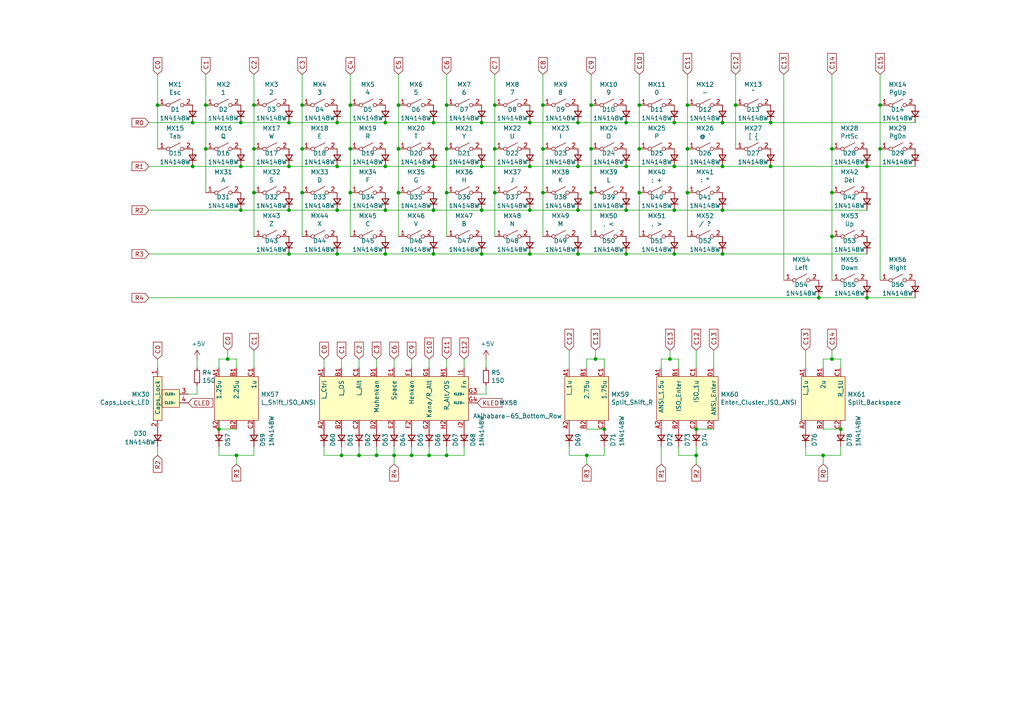
<source format=kicad_sch>
(kicad_sch (version 20211123) (generator eeschema)
  (paper "A4")
  (junction (at 111.76 48.26))
  (junction (at 153.67 35.56))
  (junction (at 59.69 43.18))
  (junction (at 139.7 60.96))
  (junction (at 238.76 132.08))
  (junction (at 241.3 55.88))
  (junction (at 87.63 55.88))
  (junction (at 114.3 132.08))
  (junction (at 97.79 48.26))
  (junction (at 241.3 68.58))
  (junction (at 153.67 73.66))
  (junction (at 139.7 73.66))
  (junction (at 255.27 43.18))
  (junction (at 63.5 124.46))
  (junction (at 241.3 104.14))
  (junction (at 172.72 104.14))
  (junction (at 167.64 60.96))
  (junction (at 83.82 73.66))
  (junction (at 195.58 73.66))
  (junction (at 241.3 43.18))
  (junction (at 124.46 132.08))
  (junction (at 209.55 35.56))
  (junction (at 185.42 30.48))
  (junction (at 157.48 55.88))
  (junction (at 139.7 48.26))
  (junction (at 125.73 35.56))
  (junction (at 115.57 55.88))
  (junction (at 243.84 124.46))
  (junction (at 101.6 55.88))
  (junction (at 195.58 60.96))
  (junction (at 251.46 48.26))
  (junction (at 185.42 43.18))
  (junction (at 223.52 35.56))
  (junction (at 45.72 30.48))
  (junction (at 109.22 132.08))
  (junction (at 129.54 132.08))
  (junction (at 55.88 35.56))
  (junction (at 129.54 43.18))
  (junction (at 194.31 104.14))
  (junction (at 181.61 73.66))
  (junction (at 73.66 55.88))
  (junction (at 195.58 35.56))
  (junction (at 111.76 35.56))
  (junction (at 251.46 86.36))
  (junction (at 68.58 132.08))
  (junction (at 73.66 30.48))
  (junction (at 83.82 35.56))
  (junction (at 223.52 48.26))
  (junction (at 167.64 73.66))
  (junction (at 181.61 48.26))
  (junction (at 167.64 35.56))
  (junction (at 59.69 30.48))
  (junction (at 55.88 48.26))
  (junction (at 101.6 43.18))
  (junction (at 199.39 43.18))
  (junction (at 143.51 30.48))
  (junction (at 181.61 60.96))
  (junction (at 195.58 48.26))
  (junction (at 201.93 124.46))
  (junction (at 199.39 55.88))
  (junction (at 171.45 43.18))
  (junction (at 209.55 60.96))
  (junction (at 99.06 132.08))
  (junction (at 185.42 55.88))
  (junction (at 153.67 48.26))
  (junction (at 201.93 132.08))
  (junction (at 111.76 73.66))
  (junction (at 157.48 43.18))
  (junction (at 181.61 35.56))
  (junction (at 87.63 43.18))
  (junction (at 171.45 55.88))
  (junction (at 115.57 30.48))
  (junction (at 170.18 132.08))
  (junction (at 157.48 30.48))
  (junction (at 199.39 30.48))
  (junction (at 125.73 73.66))
  (junction (at 125.73 48.26))
  (junction (at 255.27 30.48))
  (junction (at 83.82 60.96))
  (junction (at 97.79 73.66))
  (junction (at 69.85 60.96))
  (junction (at 69.85 48.26))
  (junction (at 209.55 73.66))
  (junction (at 153.67 60.96))
  (junction (at 66.04 104.14))
  (junction (at 125.73 60.96))
  (junction (at 237.49 86.36))
  (junction (at 97.79 35.56))
  (junction (at 167.64 48.26))
  (junction (at 143.51 55.88))
  (junction (at 129.54 55.88))
  (junction (at 171.45 30.48))
  (junction (at 143.51 43.18))
  (junction (at 139.7 35.56))
  (junction (at 115.57 43.18))
  (junction (at 101.6 30.48))
  (junction (at 209.55 48.26))
  (junction (at 175.26 124.46))
  (junction (at 83.82 48.26))
  (junction (at 213.36 30.48))
  (junction (at 129.54 30.48))
  (junction (at 104.14 132.08))
  (junction (at 73.66 43.18))
  (junction (at 119.38 132.08))
  (junction (at 87.63 30.48))
  (junction (at 97.79 60.96))
  (junction (at 111.76 60.96))
  (junction (at 69.85 35.56))
  (wire (pts (xy 87.63 43.18) (xy 87.63 30.48)))
  (wire (pts (xy 185.42 21.59) (xy 185.42 30.48)))
  (wire (pts (xy 185.42 43.18) (xy 185.42 55.88)))
  (wire (pts (xy 73.66 30.48) (xy 73.66 43.18)))
  (wire (pts (xy 209.55 48.26) (xy 195.58 48.26)))
  (wire (pts (xy 157.48 21.59) (xy 157.48 30.48)))
  (wire (pts (xy 99.06 132.08) (xy 104.14 132.08)))
  (wire (pts (xy 213.36 21.59) (xy 213.36 30.48)))
  (wire (pts (xy 170.18 106.68) (xy 170.18 104.14)))
  (wire (pts (xy 129.54 43.18) (xy 129.54 55.88)))
  (wire (pts (xy 255.27 30.48) (xy 255.27 21.59)))
  (wire (pts (xy 238.76 106.68) (xy 238.76 104.14)))
  (wire (pts (xy 104.14 104.14) (xy 104.14 106.68)))
  (wire (pts (xy 191.77 134.62) (xy 191.77 129.54)))
  (wire (pts (xy 143.51 68.58) (xy 143.51 55.88)))
  (wire (pts (xy 238.76 132.08) (xy 243.84 132.08)))
  (wire (pts (xy 109.22 132.08) (xy 114.3 132.08)))
  (wire (pts (xy 87.63 30.48) (xy 87.63 21.59)))
  (wire (pts (xy 101.6 30.48) (xy 101.6 43.18)))
  (wire (pts (xy 125.73 60.96) (xy 139.7 60.96)))
  (wire (pts (xy 138.43 114.3) (xy 140.97 114.3)))
  (wire (pts (xy 251.46 86.36) (xy 265.43 86.36)))
  (wire (pts (xy 43.18 35.56) (xy 55.88 35.56)))
  (wire (pts (xy 63.5 132.08) (xy 68.58 132.08)))
  (wire (pts (xy 227.33 81.28) (xy 227.33 21.59)))
  (wire (pts (xy 99.06 132.08) (xy 99.06 129.54)))
  (wire (pts (xy 119.38 104.14) (xy 119.38 106.68)))
  (wire (pts (xy 139.7 48.26) (xy 125.73 48.26)))
  (wire (pts (xy 199.39 43.18) (xy 199.39 30.48)))
  (wire (pts (xy 73.66 132.08) (xy 73.66 129.54)))
  (wire (pts (xy 129.54 132.08) (xy 129.54 129.54)))
  (wire (pts (xy 129.54 30.48) (xy 129.54 43.18)))
  (wire (pts (xy 69.85 35.56) (xy 83.82 35.56)))
  (wire (pts (xy 167.64 73.66) (xy 153.67 73.66)))
  (wire (pts (xy 209.55 35.56) (xy 223.52 35.56)))
  (wire (pts (xy 165.1 129.54) (xy 165.1 132.08)))
  (wire (pts (xy 165.1 132.08) (xy 170.18 132.08)))
  (wire (pts (xy 59.69 30.48) (xy 59.69 43.18)))
  (wire (pts (xy 63.5 106.68) (xy 63.5 104.14)))
  (wire (pts (xy 143.51 43.18) (xy 143.51 30.48)))
  (wire (pts (xy 238.76 104.14) (xy 241.3 104.14)))
  (wire (pts (xy 157.48 55.88) (xy 157.48 68.58)))
  (wire (pts (xy 185.42 30.48) (xy 185.42 43.18)))
  (wire (pts (xy 83.82 60.96) (xy 97.79 60.96)))
  (wire (pts (xy 170.18 134.62) (xy 170.18 132.08)))
  (wire (pts (xy 68.58 124.46) (xy 63.5 124.46)))
  (wire (pts (xy 59.69 43.18) (xy 59.69 55.88)))
  (wire (pts (xy 175.26 132.08) (xy 175.26 129.54)))
  (wire (pts (xy 125.73 35.56) (xy 139.7 35.56)))
  (wire (pts (xy 114.3 132.08) (xy 114.3 129.54)))
  (wire (pts (xy 45.72 104.14) (xy 45.72 106.68)))
  (wire (pts (xy 251.46 48.26) (xy 223.52 48.26)))
  (wire (pts (xy 134.62 132.08) (xy 134.62 129.54)))
  (wire (pts (xy 66.04 104.14) (xy 68.58 104.14)))
  (wire (pts (xy 101.6 43.18) (xy 101.6 55.88)))
  (wire (pts (xy 171.45 68.58) (xy 171.45 55.88)))
  (wire (pts (xy 195.58 35.56) (xy 209.55 35.56)))
  (wire (pts (xy 83.82 48.26) (xy 69.85 48.26)))
  (wire (pts (xy 104.14 132.08) (xy 109.22 132.08)))
  (wire (pts (xy 175.26 104.14) (xy 175.26 106.68)))
  (wire (pts (xy 199.39 55.88) (xy 199.39 43.18)))
  (wire (pts (xy 114.3 134.62) (xy 114.3 132.08)))
  (wire (pts (xy 111.76 60.96) (xy 125.73 60.96)))
  (wire (pts (xy 201.93 129.54) (xy 201.93 132.08)))
  (wire (pts (xy 195.58 60.96) (xy 209.55 60.96)))
  (wire (pts (xy 241.3 55.88) (xy 241.3 43.18)))
  (wire (pts (xy 63.5 104.14) (xy 66.04 104.14)))
  (wire (pts (xy 101.6 21.59) (xy 101.6 30.48)))
  (wire (pts (xy 55.88 48.26) (xy 43.18 48.26)))
  (wire (pts (xy 196.85 129.54) (xy 196.85 132.08)))
  (wire (pts (xy 171.45 55.88) (xy 171.45 43.18)))
  (wire (pts (xy 209.55 60.96) (xy 251.46 60.96)))
  (wire (pts (xy 43.18 86.36) (xy 237.49 86.36)))
  (wire (pts (xy 109.22 132.08) (xy 109.22 129.54)))
  (wire (pts (xy 195.58 48.26) (xy 181.61 48.26)))
  (wire (pts (xy 129.54 104.14) (xy 129.54 106.68)))
  (wire (pts (xy 45.72 30.48) (xy 45.72 43.18)))
  (wire (pts (xy 143.51 55.88) (xy 143.51 43.18)))
  (wire (pts (xy 191.77 104.14) (xy 194.31 104.14)))
  (wire (pts (xy 201.93 106.68) (xy 201.93 101.6)))
  (wire (pts (xy 129.54 21.59) (xy 129.54 30.48)))
  (wire (pts (xy 265.43 48.26) (xy 251.46 48.26)))
  (wire (pts (xy 171.45 30.48) (xy 171.45 21.59)))
  (wire (pts (xy 167.64 35.56) (xy 181.61 35.56)))
  (wire (pts (xy 213.36 30.48) (xy 213.36 43.18)))
  (wire (pts (xy 243.84 104.14) (xy 243.84 106.68)))
  (wire (pts (xy 124.46 132.08) (xy 129.54 132.08)))
  (wire (pts (xy 170.18 104.14) (xy 172.72 104.14)))
  (wire (pts (xy 170.18 132.08) (xy 175.26 132.08)))
  (wire (pts (xy 73.66 43.18) (xy 73.66 55.88)))
  (wire (pts (xy 139.7 60.96) (xy 153.67 60.96)))
  (wire (pts (xy 124.46 132.08) (xy 124.46 129.54)))
  (wire (pts (xy 241.3 101.6) (xy 241.3 104.14)))
  (wire (pts (xy 165.1 101.6) (xy 165.1 106.68)))
  (wire (pts (xy 93.98 129.54) (xy 93.98 132.08)))
  (wire (pts (xy 157.48 43.18) (xy 157.48 55.88)))
  (wire (pts (xy 111.76 48.26) (xy 97.79 48.26)))
  (wire (pts (xy 83.82 73.66) (xy 43.18 73.66)))
  (wire (pts (xy 83.82 35.56) (xy 97.79 35.56)))
  (wire (pts (xy 66.04 101.6) (xy 66.04 104.14)))
  (wire (pts (xy 237.49 86.36) (xy 251.46 86.36)))
  (wire (pts (xy 68.58 104.14) (xy 68.58 106.68)))
  (wire (pts (xy 97.79 60.96) (xy 111.76 60.96)))
  (wire (pts (xy 167.64 48.26) (xy 153.67 48.26)))
  (wire (pts (xy 207.01 124.46) (xy 201.93 124.46)))
  (wire (pts (xy 69.85 60.96) (xy 83.82 60.96)))
  (wire (pts (xy 238.76 124.46) (xy 243.84 124.46)))
  (wire (pts (xy 69.85 48.26) (xy 55.88 48.26)))
  (wire (pts (xy 199.39 68.58) (xy 199.39 55.88)))
  (wire (pts (xy 140.97 114.3) (xy 140.97 111.76)))
  (wire (pts (xy 153.67 60.96) (xy 167.64 60.96)))
  (wire (pts (xy 109.22 104.14) (xy 109.22 106.68)))
  (wire (pts (xy 199.39 30.48) (xy 199.39 21.59)))
  (wire (pts (xy 194.31 104.14) (xy 194.31 101.6)))
  (wire (pts (xy 57.15 114.3) (xy 57.15 111.76)))
  (wire (pts (xy 153.67 73.66) (xy 139.7 73.66)))
  (wire (pts (xy 207.01 106.68) (xy 207.01 101.6)))
  (wire (pts (xy 223.52 35.56) (xy 265.43 35.56)))
  (wire (pts (xy 201.93 132.08) (xy 201.93 134.62)))
  (wire (pts (xy 223.52 48.26) (xy 209.55 48.26)))
  (wire (pts (xy 181.61 60.96) (xy 195.58 60.96)))
  (wire (pts (xy 157.48 30.48) (xy 157.48 43.18)))
  (wire (pts (xy 115.57 55.88) (xy 115.57 43.18)))
  (wire (pts (xy 119.38 132.08) (xy 119.38 129.54)))
  (wire (pts (xy 68.58 132.08) (xy 73.66 132.08)))
  (wire (pts (xy 233.68 101.6) (xy 233.68 106.68)))
  (wire (pts (xy 194.31 104.14) (xy 196.85 104.14)))
  (wire (pts (xy 195.58 73.66) (xy 181.61 73.66)))
  (wire (pts (xy 233.68 129.54) (xy 233.68 132.08)))
  (wire (pts (xy 101.6 55.88) (xy 101.6 68.58)))
  (wire (pts (xy 167.64 60.96) (xy 181.61 60.96)))
  (wire (pts (xy 115.57 30.48) (xy 115.57 21.59)))
  (wire (pts (xy 181.61 73.66) (xy 167.64 73.66)))
  (wire (pts (xy 139.7 73.66) (xy 125.73 73.66)))
  (wire (pts (xy 45.72 21.59) (xy 45.72 30.48)))
  (wire (pts (xy 241.3 68.58) (xy 241.3 55.88)))
  (wire (pts (xy 68.58 134.62) (xy 68.58 132.08)))
  (wire (pts (xy 111.76 35.56) (xy 125.73 35.56)))
  (wire (pts (xy 63.5 129.54) (xy 63.5 132.08)))
  (wire (pts (xy 241.3 104.14) (xy 243.84 104.14)))
  (wire (pts (xy 73.66 55.88) (xy 73.66 68.58)))
  (wire (pts (xy 209.55 73.66) (xy 195.58 73.66)))
  (wire (pts (xy 181.61 48.26) (xy 167.64 48.26)))
  (wire (pts (xy 73.66 21.59) (xy 73.66 30.48)))
  (wire (pts (xy 139.7 35.56) (xy 153.67 35.56)))
  (wire (pts (xy 241.3 43.18) (xy 241.3 21.59)))
  (wire (pts (xy 172.72 101.6) (xy 172.72 104.14)))
  (wire (pts (xy 153.67 35.56) (xy 167.64 35.56)))
  (wire (pts (xy 185.42 55.88) (xy 185.42 68.58)))
  (wire (pts (xy 73.66 101.6) (xy 73.66 106.68)))
  (wire (pts (xy 171.45 43.18) (xy 171.45 30.48)))
  (wire (pts (xy 93.98 132.08) (xy 99.06 132.08)))
  (wire (pts (xy 45.72 132.08) (xy 45.72 129.54)))
  (wire (pts (xy 233.68 132.08) (xy 238.76 132.08)))
  (wire (pts (xy 115.57 68.58) (xy 115.57 55.88)))
  (wire (pts (xy 99.06 104.14) (xy 99.06 106.68)))
  (wire (pts (xy 55.88 35.56) (xy 69.85 35.56)))
  (wire (pts (xy 181.61 35.56) (xy 195.58 35.56)))
  (wire (pts (xy 125.73 48.26) (xy 111.76 48.26)))
  (wire (pts (xy 114.3 104.14) (xy 114.3 106.68)))
  (wire (pts (xy 114.3 132.08) (xy 119.38 132.08)))
  (wire (pts (xy 143.51 30.48) (xy 143.51 21.59)))
  (wire (pts (xy 241.3 81.28) (xy 241.3 68.58)))
  (wire (pts (xy 243.84 132.08) (xy 243.84 129.54)))
  (wire (pts (xy 172.72 104.14) (xy 175.26 104.14)))
  (wire (pts (xy 124.46 104.14) (xy 124.46 106.68)))
  (wire (pts (xy 115.57 43.18) (xy 115.57 30.48)))
  (wire (pts (xy 238.76 134.62) (xy 238.76 132.08)))
  (wire (pts (xy 191.77 106.68) (xy 191.77 104.14)))
  (wire (pts (xy 255.27 43.18) (xy 255.27 30.48)))
  (wire (pts (xy 87.63 55.88) (xy 87.63 43.18)))
  (wire (pts (xy 129.54 132.08) (xy 134.62 132.08)))
  (wire (pts (xy 251.46 73.66) (xy 209.55 73.66)))
  (wire (pts (xy 93.98 104.14) (xy 93.98 106.68)))
  (wire (pts (xy 59.69 21.59) (xy 59.69 30.48)))
  (wire (pts (xy 97.79 48.26) (xy 83.82 48.26)))
  (wire (pts (xy 134.62 104.14) (xy 134.62 106.68)))
  (wire (pts (xy 119.38 132.08) (xy 124.46 132.08)))
  (wire (pts (xy 255.27 81.28) (xy 255.27 43.18)))
  (wire (pts (xy 104.14 132.08) (xy 104.14 129.54)))
  (wire (pts (xy 97.79 73.66) (xy 83.82 73.66)))
  (wire (pts (xy 140.97 104.14) (xy 140.97 106.68)))
  (wire (pts (xy 129.54 55.88) (xy 129.54 68.58)))
  (wire (pts (xy 43.18 60.96) (xy 69.85 60.96)))
  (wire (pts (xy 170.18 124.46) (xy 175.26 124.46)))
  (wire (pts (xy 196.85 132.08) (xy 201.93 132.08)))
  (wire (pts (xy 97.79 35.56) (xy 111.76 35.56)))
  (wire (pts (xy 57.15 106.68) (xy 57.15 104.14)))
  (wire (pts (xy 54.61 114.3) (xy 57.15 114.3)))
  (wire (pts (xy 87.63 68.58) (xy 87.63 55.88)))
  (wire (pts (xy 196.85 104.14) (xy 196.85 106.68)))
  (wire (pts (xy 153.67 48.26) (xy 139.7 48.26)))
  (wire (pts (xy 125.73 73.66) (xy 111.76 73.66)))
  (wire (pts (xy 111.76 73.66) (xy 97.79 73.66)))
  (global_label "KLED" (shape input) (at 138.43 116.84 0) (property "Intersheet References" "${INTERSHEET_REFS}" (effects hide)))
  (global_label "C13" (shape input) (at 227.33 21.59 90) (property "Intersheet References" "${INTERSHEET_REFS}" (effects hide)))
  (global_label "R4" (shape input) (at 43.18 86.36 180) (property "Intersheet References" "${INTERSHEET_REFS}" (effects hide)))
  (global_label "C9" (shape input) (at 171.45 21.59 90) (property "Intersheet References" "${INTERSHEET_REFS}" (effects hide)))
  (global_label "C5" (shape input) (at 115.57 21.59 90) (property "Intersheet References" "${INTERSHEET_REFS}" (effects hide)))
  (global_label "R1" (shape input) (at 191.77 134.62 270) (property "Intersheet References" "${INTERSHEET_REFS}" (effects hide)))
  (global_label "C1" (shape input) (at 99.06 104.14 90) (property "Intersheet References" "${INTERSHEET_REFS}" (effects hide)))
  (global_label "C13" (shape input) (at 194.31 101.6 90) (property "Intersheet References" "${INTERSHEET_REFS}" (effects hide)))
  (global_label "C13" (shape input) (at 172.72 101.6 90) (property "Intersheet References" "${INTERSHEET_REFS}" (effects hide)))
  (global_label "R2" (shape input) (at 45.72 132.08 270) (property "Intersheet References" "${INTERSHEET_REFS}" (effects hide)))
  (global_label "C13" (shape input) (at 207.01 101.6 90) (property "Intersheet References" "${INTERSHEET_REFS}" (effects hide)))
  (global_label "C9" (shape input) (at 119.38 104.14 90) (property "Intersheet References" "${INTERSHEET_REFS}" (effects hide)))
  (global_label "C0" (shape input) (at 45.72 104.14 90) (property "Intersheet References" "${INTERSHEET_REFS}" (effects hide)))
  (global_label "C11" (shape input) (at 199.39 21.59 90) (property "Intersheet References" "${INTERSHEET_REFS}" (effects hide)))
  (global_label "R0" (shape input) (at 43.18 35.56 180) (property "Intersheet References" "${INTERSHEET_REFS}" (effects hide)))
  (global_label "CLED" (shape input) (at 54.61 116.84 0) (property "Intersheet References" "${INTERSHEET_REFS}" (effects hide)))
  (global_label "C4" (shape input) (at 101.6 21.59 90) (property "Intersheet References" "${INTERSHEET_REFS}" (effects hide)))
  (global_label "C0" (shape input) (at 66.04 101.6 90) (property "Intersheet References" "${INTERSHEET_REFS}" (effects hide)))
  (global_label "C6" (shape input) (at 114.3 104.14 90) (property "Intersheet References" "${INTERSHEET_REFS}" (effects hide)))
  (global_label "C0" (shape input) (at 93.98 104.14 90) (property "Intersheet References" "${INTERSHEET_REFS}" (effects hide)))
  (global_label "C12" (shape input) (at 213.36 21.59 90) (property "Intersheet References" "${INTERSHEET_REFS}" (effects hide)))
  (global_label "R3" (shape input) (at 170.18 134.62 270) (property "Intersheet References" "${INTERSHEET_REFS}" (effects hide)))
  (global_label "C0" (shape input) (at 45.72 21.59 90) (property "Intersheet References" "${INTERSHEET_REFS}" (effects hide)))
  (global_label "R3" (shape input) (at 68.58 134.62 270) (property "Intersheet References" "${INTERSHEET_REFS}" (effects hide)))
  (global_label "C1" (shape input) (at 73.66 101.6 90) (property "Intersheet References" "${INTERSHEET_REFS}" (effects hide)))
  (global_label "C14" (shape input) (at 241.3 101.6 90) (property "Intersheet References" "${INTERSHEET_REFS}" (effects hide)))
  (global_label "C11" (shape input) (at 129.54 104.14 90) (property "Intersheet References" "${INTERSHEET_REFS}" (effects hide)))
  (global_label "C6" (shape input) (at 129.54 21.59 90) (property "Intersheet References" "${INTERSHEET_REFS}" (effects hide)))
  (global_label "C7" (shape input) (at 143.51 21.59 90) (property "Intersheet References" "${INTERSHEET_REFS}" (effects hide)))
  (global_label "R0" (shape input) (at 238.76 134.62 270) (property "Intersheet References" "${INTERSHEET_REFS}" (effects hide)))
  (global_label "C12" (shape input) (at 201.93 101.6 90) (property "Intersheet References" "${INTERSHEET_REFS}" (effects hide)))
  (global_label "C1" (shape input) (at 59.69 21.59 90) (property "Intersheet References" "${INTERSHEET_REFS}" (effects hide)))
  (global_label "R1" (shape input) (at 43.18 48.26 180) (property "Intersheet References" "${INTERSHEET_REFS}" (effects hide)))
  (global_label "C2" (shape input) (at 104.14 104.14 90) (property "Intersheet References" "${INTERSHEET_REFS}" (effects hide)))
  (global_label "C12" (shape input) (at 165.1 101.6 90) (property "Intersheet References" "${INTERSHEET_REFS}" (effects hide)))
  (global_label "C2" (shape input) (at 73.66 21.59 90) (property "Intersheet References" "${INTERSHEET_REFS}" (effects hide)))
  (global_label "C13" (shape input) (at 233.68 101.6 90) (property "Intersheet References" "${INTERSHEET_REFS}" (effects hide)))
  (global_label "C15" (shape input) (at 255.27 21.59 90) (property "Intersheet References" "${INTERSHEET_REFS}" (effects hide)))
  (global_label "R2" (shape input) (at 201.93 134.62 270) (property "Intersheet References" "${INTERSHEET_REFS}" (effects hide)))
  (global_label "C14" (shape input) (at 241.3 21.59 90) (property "Intersheet References" "${INTERSHEET_REFS}" (effects hide)))
  (global_label "R3" (shape input) (at 43.18 73.66 180) (property "Intersheet References" "${INTERSHEET_REFS}" (effects hide)))
  (global_label "R2" (shape input) (at 43.18 60.96 180) (property "Intersheet References" "${INTERSHEET_REFS}" (effects hide)))
  (global_label "R4" (shape input) (at 114.3 134.62 270) (property "Intersheet References" "${INTERSHEET_REFS}" (effects hide)))
  (global_label "C12" (shape input) (at 134.62 104.14 90) (property "Intersheet References" "${INTERSHEET_REFS}" (effects hide)))
  (global_label "C3" (shape input) (at 87.63 21.59 90) (property "Intersheet References" "${INTERSHEET_REFS}" (effects hide)))
  (global_label "C10" (shape input) (at 185.42 21.59 90) (property "Intersheet References" "${INTERSHEET_REFS}" (effects hide)))
  (global_label "C10" (shape input) (at 124.46 104.14 90) (property "Intersheet References" "${INTERSHEET_REFS}" (effects hide)))
  (global_label "C3" (shape input) (at 109.22 104.14 90) (property "Intersheet References" "${INTERSHEET_REFS}" (effects hide)))
  (global_label "C8" (shape input) (at 157.48 21.59 90) (property "Intersheet References" "${INTERSHEET_REFS}" (effects hide)))
  (symbol (lib_id "Akihabara_Symbols:Akihabara-65_Bottom_Row") (at 114.3 115.57 0) (unit 1)
    (property "Reference" "MX58" (at 144.78 116.84 0) (effects (justify left)))
    (property "Value" "Akihabara-65_Bottom_Row" (at 137.16 120.65 0) (effects (justify left)))
    (property "Footprint" "Akihabara_Footprints:Akihabara-65_Bottom_Row" (effects hide))
  )
  (symbol (lib_id "Akihabara_Symbols:Enter_Cluster_ISO_ANSI") (at 199.39 115.57 0) (unit 1)
    (property "Reference" "MX60" (at 208.9912 114.4016 0) (effects (justify left)))
    (property "Value" "Enter_Cluster_ISO_ANSI" (at 208.9912 116.713 0) (effects (justify left)))
    (property "Footprint" "Akihabara_Footprints:Enter_Cluster_ISO_ANSI" (effects hide))
  )
  (symbol (lib_id "Akihabara_Symbols:Split_Backspace") (at 238.76 115.57 0) (unit 1)
    (property "Reference" "MX61" (at 245.8212 114.4016 0) (effects (justify left)))
    (property "Value" "Split_Backspace" (at 245.8212 116.713 0) (effects (justify left)))
    (property "Footprint" "Akihabara_Footprints:Split_Backspace" (effects hide))
  )
  (symbol (lib_id "Akihabara_Symbols:Split_Shift_R") (at 170.18 115.57 0) (unit 1)
    (property "Reference" "MX59" (at 177.2412 114.4016 0) (effects (justify left)))
    (property "Value" "Split_Shift_R" (at 177.2412 116.713 0) (effects (justify left)))
    (property "Footprint" "Akihabara_Footprints:Split_Shift_R_Reversed_Stabilizers" (effects hide))
  )
  (symbol (lib_id "Device:D_Small") (at 134.62 127 90) (unit 1)
    (property "Reference" "D68" (at 137.16 129.54 0) (effects (justify left)))
    (property "Value" "1N4148W" (at 139.7 129.54 0) (effects (justify left)))
    (property "Footprint" "Diode_SMD:D_SOD-123" (effects hide))
    (property "LCSC" "C81598" (effects hide))
  )
  (symbol (lib_id "Device:D_Small") (at 129.54 127 90) (unit 1)
    (property "Reference" "D67" (at 132.08 129.54 0) (effects (justify left)))
    (property "Value" "1N4148W" (effects hide))
    (property "Footprint" "Diode_SMD:D_SOD-123" (effects hide))
    (property "LCSC" "C81598" (effects hide))
  )
  (symbol (lib_id "Device:D_Small") (at 124.46 127 90) (unit 1)
    (property "Reference" "D66" (at 127 129.54 0) (effects (justify left)))
    (property "Value" "1N4148W" (effects hide))
    (property "Footprint" "Diode_SMD:D_SOD-123" (effects hide))
    (property "LCSC" "C81598" (effects hide))
  )
  (symbol (lib_id "Device:D_Small") (at 119.38 127 90) (unit 1)
    (property "Reference" "D65" (at 121.92 129.54 0) (effects (justify left)))
    (property "Value" "1N4148W" (effects hide))
    (property "Footprint" "Diode_SMD:D_SOD-123" (effects hide))
    (property "LCSC" "C81598" (effects hide))
  )
  (symbol (lib_id "Device:D_Small") (at 114.3 127 90) (unit 1)
    (property "Reference" "D64" (at 116.84 129.54 0) (effects (justify left)))
    (property "Value" "1N4148W" (effects hide))
    (property "Footprint" "Diode_SMD:D_SOD-123" (effects hide))
    (property "LCSC" "C81598" (effects hide))
  )
  (symbol (lib_id "Device:D_Small") (at 109.22 127 90) (unit 1)
    (property "Reference" "D63" (at 111.76 129.54 0) (effects (justify left)))
    (property "Value" "1N4148W" (effects hide))
    (property "Footprint" "Diode_SMD:D_SOD-123" (effects hide))
    (property "LCSC" "C81598" (effects hide))
  )
  (symbol (lib_id "Device:D_Small") (at 104.14 127 90) (unit 1)
    (property "Reference" "D62" (at 106.68 129.54 0) (effects (justify left)))
    (property "Value" "1N4148W" (effects hide))
    (property "Footprint" "Diode_SMD:D_SOD-123" (effects hide))
    (property "LCSC" "C81598" (effects hide))
  )
  (symbol (lib_id "Device:D_Small") (at 99.06 127 90) (unit 1)
    (property "Reference" "D61" (at 101.6 129.54 0) (effects (justify left)))
    (property "Value" "1N4148W" (effects hide))
    (property "Footprint" "Diode_SMD:D_SOD-123" (effects hide))
    (property "LCSC" "C81598" (effects hide))
  )
  (symbol (lib_id "Device:D_Small") (at 93.98 127 90) (unit 1)
    (property "Reference" "D60" (at 96.52 129.54 0) (effects (justify left)))
    (property "Value" "1N4148W" (effects hide))
    (property "Footprint" "Diode_SMD:D_SOD-123" (effects hide))
    (property "LCSC" "C81598" (effects hide))
  )
  (symbol (lib_id "Device:R_Small") (at 140.97 109.22 0) (unit 1)
    (property "Reference" "R5" (at 142.4686 108.0516 0) (effects (justify left)))
    (property "Value" "150" (at 142.4686 110.363 0) (effects (justify left)))
    (property "Footprint" "Resistor_SMD:R_0805_2012Metric" (effects hide))
    (property "LCSC" "C17471" (effects hide))
  )
  (symbol (lib_id "Device:R_Small") (at 57.15 109.22 0) (unit 1)
    (property "Reference" "R4" (at 58.6486 108.0516 0) (effects (justify left)))
    (property "Value" "150" (at 58.6486 110.363 0) (effects (justify left)))
    (property "Footprint" "Resistor_SMD:R_0805_2012Metric" (effects hide))
    (property "LCSC" "C17471" (effects hide))
  )
  (symbol (lib_id "Device:D_Small") (at 175.26 127 90) (unit 1)
    (property "Reference" "D71" (at 177.8 129.54 0) (effects (justify left)))
    (property "Value" "1N4148W" (at 180.34 129.54 0) (effects (justify left)))
    (property "Footprint" "Diode_SMD:D_SOD-123" (effects hide))
    (property "LCSC" "C81598" (effects hide))
  )
  (symbol (lib_id "Device:D_Small") (at 165.1 127 90) (unit 1)
    (property "Reference" "D69" (at 167.64 129.54 0) (effects (justify left)))
    (property "Value" "1N4148W" (effects hide))
    (property "Footprint" "Diode_SMD:D_SOD-123" (effects hide))
    (property "LCSC" "C81598" (effects hide))
  )
  (symbol (lib_id "Device:D_Small") (at 201.93 127 90) (unit 1)
    (property "Reference" "D74" (at 204.47 129.54 0) (effects (justify left)))
    (property "Value" "1N4148W" (effects hide))
    (property "Footprint" "Diode_SMD:D_SOD-123" (effects hide))
    (property "LCSC" "C81598" (effects hide))
  )
  (symbol (lib_id "Device:D_Small") (at 196.85 127 90) (unit 1)
    (property "Reference" "D73" (at 199.39 129.54 0) (effects (justify left)))
    (property "Value" "1N4148W" (effects hide))
    (property "Footprint" "Diode_SMD:D_SOD-123" (effects hide))
    (property "LCSC" "C81598" (effects hide))
  )
  (symbol (lib_id "Device:D_Small") (at 191.77 127 90) (unit 1)
    (property "Reference" "D72" (at 194.31 129.54 0) (effects (justify left)))
    (property "Value" "1N4148W" (effects hide))
    (property "Footprint" "Diode_SMD:D_SOD-123" (effects hide))
    (property "LCSC" "C81598" (effects hide))
  )
  (symbol (lib_id "Device:D_Small") (at 243.84 127 90) (unit 1)
    (property "Reference" "D78" (at 246.38 129.54 0) (effects (justify left)))
    (property "Value" "1N4148W" (at 248.92 129.54 0) (effects (justify left)))
    (property "Footprint" "Diode_SMD:D_SOD-123" (effects hide))
    (property "LCSC" "C81598" (effects hide))
  )
  (symbol (lib_id "Device:D_Small") (at 233.68 127 90) (unit 1)
    (property "Reference" "D76" (at 236.22 129.54 0) (effects (justify left)))
    (property "Value" "1N4148W" (effects hide))
    (property "Footprint" "Diode_SMD:D_SOD-123" (effects hide))
    (property "LCSC" "C81598" (effects hide))
  )
  (symbol (lib_id "Akihabara_Symbols:L_Shift_ISO_ANSI") (at 68.58 115.57 0) (unit 1)
    (property "Reference" "MX57" (at 75.6412 114.4016 0) (effects (justify left)))
    (property "Value" "L_Shift_ISO_ANSI" (at 75.6412 116.713 0) (effects (justify left)))
    (property "Footprint" "Akihabara_Footprints:L_Shift_ISO_ANSI" (effects hide))
  )
  (symbol (lib_id "Device:D_Small") (at 73.66 127 90) (unit 1)
    (property "Reference" "D59" (at 76.2 129.54 0) (effects (justify left)))
    (property "Value" "1N4148W" (at 78.74 129.54 0) (effects (justify left)))
    (property "Footprint" "Diode_SMD:D_SOD-123" (effects hide))
    (property "LCSC" "C81598" (effects hide))
  )
  (symbol (lib_id "Device:D_Small") (at 63.5 127 90) (unit 1)
    (property "Reference" "D57" (at 66.04 129.54 0) (effects (justify left)))
    (property "Value" "1N4148W" (effects hide))
    (property "Footprint" "Diode_SMD:D_SOD-123" (effects hide))
    (property "LCSC" "C81598" (effects hide))
  )
  (symbol (lib_id "Device:D_Small") (at 55.88 33.02 90) (unit 1)
    (property "Reference" "D1" (at 50.8 31.75 90))
    (property "Value" "1N4148W" (at 50.8 34.29 90))
    (property "Footprint" "Diode_SMD:D_SOD-123" (effects hide))
    (property "LCSC" "C81598" (effects hide))
  )
  (symbol (lib_id "Switch:SW_SPST") (at 50.8 30.48 0) (unit 1)
    (property "Reference" "MX1" (at 50.8 24.511 0))
    (property "Value" "Esc" (at 50.8 26.8224 0))
    (property "Footprint" "Akihabara_Footprints:1.00u" (effects hide))
  )
  (symbol (lib_id "Device:D_Small") (at 69.85 33.02 90) (unit 1)
    (property "Reference" "D2" (at 64.77 31.75 90))
    (property "Value" "1N4148W" (at 64.77 34.29 90))
    (property "Footprint" "Diode_SMD:D_SOD-123" (effects hide))
    (property "LCSC" "C81598" (effects hide))
  )
  (symbol (lib_id "Switch:SW_SPST") (at 64.77 30.48 0) (unit 1)
    (property "Reference" "MX2" (at 64.77 24.511 0))
    (property "Value" "1" (at 64.77 26.8224 0))
    (property "Footprint" "Akihabara_Footprints:1.00u" (effects hide))
  )
  (symbol (lib_id "Device:D_Small") (at 83.82 33.02 90) (unit 1)
    (property "Reference" "D3" (at 78.74 31.75 90))
    (property "Value" "1N4148W" (at 78.74 34.29 90))
    (property "Footprint" "Diode_SMD:D_SOD-123" (effects hide))
    (property "LCSC" "C81598" (effects hide))
  )
  (symbol (lib_id "Switch:SW_SPST") (at 78.74 30.48 0) (unit 1)
    (property "Reference" "MX3" (at 78.74 24.511 0))
    (property "Value" "2" (at 78.74 26.8224 0))
    (property "Footprint" "Akihabara_Footprints:1.00u" (effects hide))
  )
  (symbol (lib_id "Device:D_Small") (at 97.79 33.02 90) (unit 1)
    (property "Reference" "D4" (at 92.71 31.75 90))
    (property "Value" "1N4148W" (at 92.71 34.29 90))
    (property "Footprint" "Diode_SMD:D_SOD-123" (effects hide))
    (property "LCSC" "C81598" (effects hide))
  )
  (symbol (lib_id "Switch:SW_SPST") (at 92.71 30.48 0) (unit 1)
    (property "Reference" "MX4" (at 92.71 24.511 0))
    (property "Value" "3" (at 92.71 26.8224 0))
    (property "Footprint" "Akihabara_Footprints:1.00u" (effects hide))
  )
  (symbol (lib_id "Device:D_Small") (at 111.76 33.02 90) (unit 1)
    (property "Reference" "D5" (at 106.68 31.75 90))
    (property "Value" "1N4148W" (at 106.68 34.29 90))
    (property "Footprint" "Diode_SMD:D_SOD-123" (effects hide))
    (property "LCSC" "C81598" (effects hide))
  )
  (symbol (lib_id "Switch:SW_SPST") (at 106.68 30.48 0) (unit 1)
    (property "Reference" "MX5" (at 106.68 24.511 0))
    (property "Value" "4" (at 106.68 26.8224 0))
    (property "Footprint" "Akihabara_Footprints:1.00u" (effects hide))
  )
  (symbol (lib_id "Device:D_Small") (at 125.73 33.02 90) (unit 1)
    (property "Reference" "D6" (at 120.65 31.75 90))
    (property "Value" "1N4148W" (at 120.65 34.29 90))
    (property "Footprint" "Diode_SMD:D_SOD-123" (effects hide))
    (property "LCSC" "C81598" (effects hide))
  )
  (symbol (lib_id "Switch:SW_SPST") (at 120.65 30.48 0) (unit 1)
    (property "Reference" "MX6" (at 120.65 24.511 0))
    (property "Value" "5" (at 120.65 26.8224 0))
    (property "Footprint" "Akihabara_Footprints:1.00u" (effects hide))
  )
  (symbol (lib_id "Device:D_Small") (at 139.7 33.02 90) (unit 1)
    (property "Reference" "D7" (at 134.62 31.75 90))
    (property "Value" "1N4148W" (at 134.62 34.29 90))
    (property "Footprint" "Diode_SMD:D_SOD-123" (effects hide))
    (property "LCSC" "C81598" (effects hide))
  )
  (symbol (lib_id "Switch:SW_SPST") (at 134.62 30.48 0) (unit 1)
    (property "Reference" "MX7" (at 134.62 24.511 0))
    (property "Value" "6" (at 134.62 26.8224 0))
    (property "Footprint" "Akihabara_Footprints:1.00u" (effects hide))
  )
  (symbol (lib_id "Device:D_Small") (at 153.67 33.02 90) (unit 1)
    (property "Reference" "D8" (at 148.59 31.75 90))
    (property "Value" "1N4148W" (at 148.59 34.29 90))
    (property "Footprint" "Diode_SMD:D_SOD-123" (effects hide))
    (property "LCSC" "C81598" (effects hide))
  )
  (symbol (lib_id "Switch:SW_SPST") (at 148.59 30.48 0) (unit 1)
    (property "Reference" "MX8" (at 148.59 24.511 0))
    (property "Value" "7" (at 148.59 26.8224 0))
    (property "Footprint" "Akihabara_Footprints:1.00u" (effects hide))
  )
  (symbol (lib_id "Device:D_Small") (at 167.64 33.02 90) (unit 1)
    (property "Reference" "D9" (at 162.56 31.75 90))
    (property "Value" "1N4148W" (at 162.56 34.29 90))
    (property "Footprint" "Diode_SMD:D_SOD-123" (effects hide))
    (property "LCSC" "C81598" (effects hide))
  )
  (symbol (lib_id "Switch:SW_SPST") (at 162.56 30.48 0) (unit 1)
    (property "Reference" "MX9" (at 162.56 24.511 0))
    (property "Value" "8" (at 162.56 26.8224 0))
    (property "Footprint" "Akihabara_Footprints:1.00u" (effects hide))
  )
  (symbol (lib_id "Device:D_Small") (at 181.61 33.02 90) (unit 1)
    (property "Reference" "D10" (at 176.53 31.75 90))
    (property "Value" "1N4148W" (at 176.53 34.29 90))
    (property "Footprint" "Diode_SMD:D_SOD-123" (effects hide))
    (property "LCSC" "C81598" (effects hide))
  )
  (symbol (lib_id "Switch:SW_SPST") (at 176.53 30.48 0) (unit 1)
    (property "Reference" "MX10" (at 176.53 24.511 0))
    (property "Value" "9" (at 176.53 26.8224 0))
    (property "Footprint" "Akihabara_Footprints:1.00u" (effects hide))
  )
  (symbol (lib_id "Device:D_Small") (at 195.58 33.02 90) (unit 1)
    (property "Reference" "D11" (at 190.5 31.75 90))
    (property "Value" "1N4148W" (at 190.5 34.29 90))
    (property "Footprint" "Diode_SMD:D_SOD-123" (effects hide))
    (property "LCSC" "C81598" (effects hide))
  )
  (symbol (lib_id "Switch:SW_SPST") (at 190.5 30.48 0) (unit 1)
    (property "Reference" "MX11" (at 190.5 24.511 0))
    (property "Value" "0" (at 190.5 26.8224 0))
    (property "Footprint" "Akihabara_Footprints:1.00u" (effects hide))
  )
  (symbol (lib_id "Device:D_Small") (at 209.55 33.02 90) (unit 1)
    (property "Reference" "D12" (at 204.47 31.75 90))
    (property "Value" "1N4148W" (at 204.47 34.29 90))
    (property "Footprint" "Diode_SMD:D_SOD-123" (effects hide))
    (property "LCSC" "C81598" (effects hide))
  )
  (symbol (lib_id "Switch:SW_SPST") (at 204.47 30.48 0) (unit 1)
    (property "Reference" "MX12" (at 204.47 24.511 0))
    (property "Value" "-" (at 204.47 26.8224 0))
    (property "Footprint" "Akihabara_Footprints:1.00u" (effects hide))
  )
  (symbol (lib_id "Device:D_Small") (at 265.43 33.02 90) (unit 1)
    (property "Reference" "D14" (at 260.35 31.75 90))
    (property "Value" "1N4148W" (at 260.35 34.29 90))
    (property "Footprint" "Diode_SMD:D_SOD-123" (effects hide))
    (property "LCSC" "C81598" (effects hide))
  )
  (symbol (lib_id "Switch:SW_SPST") (at 260.35 30.48 0) (unit 1)
    (property "Reference" "MX14" (at 260.35 24.511 0))
    (property "Value" "PgUp" (at 260.35 26.8224 0))
    (property "Footprint" "Akihabara_Footprints:1.00u" (effects hide))
  )
  (symbol (lib_id "Device:D_Small") (at 55.88 45.72 90) (unit 1)
    (property "Reference" "D15" (at 50.8 44.45 90))
    (property "Value" "1N4148W" (at 50.8 46.99 90))
    (property "Footprint" "Diode_SMD:D_SOD-123" (effects hide))
    (property "LCSC" "C81598" (effects hide))
  )
  (symbol (lib_id "Switch:SW_SPST") (at 50.8 43.18 0) (unit 1)
    (property "Reference" "MX15" (at 50.8 37.211 0))
    (property "Value" "Tab" (at 50.8 39.5224 0))
    (property "Footprint" "Akihabara_Footprints:1.50u" (effects hide))
  )
  (symbol (lib_id "Device:D_Small") (at 69.85 45.72 90) (unit 1)
    (property "Reference" "D16" (at 64.77 44.45 90))
    (property "Value" "1N4148W" (at 64.77 46.99 90))
    (property "Footprint" "Diode_SMD:D_SOD-123" (effects hide))
    (property "LCSC" "C81598" (effects hide))
  )
  (symbol (lib_id "Switch:SW_SPST") (at 64.77 43.18 0) (unit 1)
    (property "Reference" "MX16" (at 64.77 37.211 0))
    (property "Value" "Q" (at 64.77 39.5224 0))
    (property "Footprint" "Akihabara_Footprints:1.00u" (effects hide))
  )
  (symbol (lib_id "Device:D_Small") (at 83.82 45.72 90) (unit 1)
    (property "Reference" "D17" (at 78.74 44.45 90))
    (property "Value" "1N4148W" (at 78.74 46.99 90))
    (property "Footprint" "Diode_SMD:D_SOD-123" (effects hide))
    (property "LCSC" "C81598" (effects hide))
  )
  (symbol (lib_id "Switch:SW_SPST") (at 78.74 43.18 0) (unit 1)
    (property "Reference" "MX17" (at 78.74 37.211 0))
    (property "Value" "W" (at 78.74 39.5224 0))
    (property "Footprint" "Akihabara_Footprints:1.00u" (effects hide))
  )
  (symbol (lib_id "Device:D_Small") (at 97.79 45.72 90) (unit 1)
    (property "Reference" "D18" (at 92.71 44.45 90))
    (property "Value" "1N4148W" (at 92.71 46.99 90))
    (property "Footprint" "Diode_SMD:D_SOD-123" (effects hide))
    (property "LCSC" "C81598" (effects hide))
  )
  (symbol (lib_id "Switch:SW_SPST") (at 92.71 43.18 0) (unit 1)
    (property "Reference" "MX18" (at 92.71 37.211 0))
    (property "Value" "E" (at 92.71 39.5224 0))
    (property "Footprint" "Akihabara_Footprints:1.00u" (effects hide))
  )
  (symbol (lib_id "Device:D_Small") (at 111.76 45.72 90) (unit 1)
    (property "Reference" "D19" (at 106.68 44.45 90))
    (property "Value" "1N4148W" (at 106.68 46.99 90))
    (property "Footprint" "Diode_SMD:D_SOD-123" (effects hide))
    (property "LCSC" "C81598" (effects hide))
  )
  (symbol (lib_id "Switch:SW_SPST") (at 106.68 43.18 0) (unit 1)
    (property "Reference" "MX19" (at 106.68 37.211 0))
    (property "Value" "R" (at 106.68 39.5224 0))
    (property "Footprint" "Akihabara_Footprints:1.00u" (effects hide))
  )
  (symbol (lib_id "Device:D_Small") (at 125.73 45.72 90) (unit 1)
    (property "Reference" "D20" (at 120.65 44.45 90))
    (property "Value" "1N4148W" (at 120.65 46.99 90))
    (property "Footprint" "Diode_SMD:D_SOD-123" (effects hide))
    (property "LCSC" "C81598" (effects hide))
  )
  (symbol (lib_id "Switch:SW_SPST") (at 120.65 43.18 0) (unit 1)
    (property "Reference" "MX20" (at 120.65 37.211 0))
    (property "Value" "T" (at 120.65 39.5224 0))
    (property "Footprint" "Akihabara_Footprints:1.00u" (effects hide))
  )
  (symbol (lib_id "Device:D_Small") (at 139.7 45.72 90) (unit 1)
    (property "Reference" "D21" (at 134.62 44.45 90))
    (property "Value" "1N4148W" (at 134.62 46.99 90))
    (property "Footprint" "Diode_SMD:D_SOD-123" (effects hide))
    (property "LCSC" "C81598" (effects hide))
  )
  (symbol (lib_id "Switch:SW_SPST") (at 134.62 43.18 0) (unit 1)
    (property "Reference" "MX21" (at 134.62 37.211 0))
    (property "Value" "Y" (at 134.62 39.5224 0))
    (property "Footprint" "Akihabara_Footprints:1.00u" (effects hide))
  )
  (symbol (lib_id "Device:D_Small") (at 153.67 45.72 90) (unit 1)
    (property "Reference" "D22" (at 148.59 44.45 90))
    (property "Value" "1N4148W" (at 148.59 46.99 90))
    (property "Footprint" "Diode_SMD:D_SOD-123" (effects hide))
    (property "LCSC" "C81598" (effects hide))
  )
  (symbol (lib_id "Switch:SW_SPST") (at 148.59 43.18 0) (unit 1)
    (property "Reference" "MX22" (at 148.59 37.211 0))
    (property "Value" "U" (at 148.59 39.5224 0))
    (property "Footprint" "Akihabara_Footprints:1.00u" (effects hide))
  )
  (symbol (lib_id "Device:D_Small") (at 167.64 45.72 90) (unit 1)
    (property "Reference" "D23" (at 162.56 44.45 90))
    (property "Value" "1N4148W" (at 162.56 46.99 90))
    (property "Footprint" "Diode_SMD:D_SOD-123" (effects hide))
    (property "LCSC" "C81598" (effects hide))
  )
  (symbol (lib_id "Switch:SW_SPST") (at 162.56 43.18 0) (unit 1)
    (property "Reference" "MX23" (at 162.56 37.211 0))
    (property "Value" "I" (at 162.56 39.5224 0))
    (property "Footprint" "Akihabara_Footprints:1.00u" (effects hide))
  )
  (symbol (lib_id "Device:D_Small") (at 181.61 45.72 90) (unit 1)
    (property "Reference" "D24" (at 176.53 44.45 90))
    (property "Value" "1N4148W" (at 176.53 46.99 90))
    (property "Footprint" "Diode_SMD:D_SOD-123" (effects hide))
    (property "LCSC" "C81598" (effects hide))
  )
  (symbol (lib_id "Switch:SW_SPST") (at 176.53 43.18 0) (unit 1)
    (property "Reference" "MX24" (at 176.53 37.211 0))
    (property "Value" "O" (at 176.53 39.5224 0))
    (property "Footprint" "Akihabara_Footprints:1.00u" (effects hide))
  )
  (symbol (lib_id "Device:D_Small") (at 195.58 45.72 90) (unit 1)
    (property "Reference" "D25" (at 190.5 44.45 90))
    (property "Value" "1N4148W" (at 190.5 46.99 90))
    (property "Footprint" "Diode_SMD:D_SOD-123" (effects hide))
    (property "LCSC" "C81598" (effects hide))
  )
  (symbol (lib_id "Switch:SW_SPST") (at 190.5 43.18 0) (unit 1)
    (property "Reference" "MX25" (at 190.5 37.211 0))
    (property "Value" "P" (at 190.5 39.5224 0))
    (property "Footprint" "Akihabara_Footprints:1.00u" (effects hide))
  )
  (symbol (lib_id "Device:D_Small") (at 209.55 45.72 90) (unit 1)
    (property "Reference" "D26" (at 204.47 44.45 90))
    (property "Value" "1N4148W" (at 204.47 46.99 90))
    (property "Footprint" "Diode_SMD:D_SOD-123" (effects hide))
    (property "LCSC" "C81598" (effects hide))
  )
  (symbol (lib_id "Switch:SW_SPST") (at 204.47 43.18 0) (unit 1)
    (property "Reference" "MX26" (at 204.47 37.211 0))
    (property "Value" "@ `" (at 204.47 39.5224 0))
    (property "Footprint" "Akihabara_Footprints:1.00u" (effects hide))
  )
  (symbol (lib_id "Device:D_Small") (at 223.52 45.72 90) (unit 1)
    (property "Reference" "D27" (at 218.44 44.45 90))
    (property "Value" "1N4148W" (at 218.44 46.99 90))
    (property "Footprint" "Diode_SMD:D_SOD-123" (effects hide))
    (property "LCSC" "C81598" (effects hide))
  )
  (symbol (lib_id "Switch:SW_SPST") (at 218.44 43.18 0) (unit 1)
    (property "Reference" "MX27" (at 218.44 37.211 0))
    (property "Value" "[ {" (at 218.44 39.5224 0))
    (property "Footprint" "Akihabara_Footprints:1.00u" (effects hide))
  )
  (symbol (lib_id "Device:D_Small") (at 251.46 45.72 90) (unit 1)
    (property "Reference" "D28" (at 246.38 44.45 90))
    (property "Value" "1N4148W" (at 246.38 46.99 90))
    (property "Footprint" "Diode_SMD:D_SOD-123" (effects hide))
    (property "LCSC" "C81598" (effects hide))
  )
  (symbol (lib_id "Switch:SW_SPST") (at 246.38 43.18 0) (unit 1)
    (property "Reference" "MX28" (at 246.38 37.211 0))
    (property "Value" "PrtSc" (at 246.38 39.5224 0))
    (property "Footprint" "Akihabara_Footprints:1.00u" (effects hide))
  )
  (symbol (lib_id "Device:D_Small") (at 265.43 45.72 90) (unit 1)
    (property "Reference" "D29" (at 260.35 44.45 90))
    (property "Value" "1N4148W" (at 260.35 46.99 90))
    (property "Footprint" "Diode_SMD:D_SOD-123" (effects hide))
    (property "LCSC" "C81598" (effects hide))
  )
  (symbol (lib_id "Switch:SW_SPST") (at 260.35 43.18 0) (unit 1)
    (property "Reference" "MX29" (at 260.35 37.211 0))
    (property "Value" "PgDn" (at 260.35 39.5224 0))
    (property "Footprint" "Akihabara_Footprints:1.00u" (effects hide))
  )
  (symbol (lib_id "Device:D_Small") (at 45.72 127 90) (unit 1)
    (property "Reference" "D30" (at 40.64 125.73 90))
    (property "Value" "1N4148W" (at 40.64 128.27 90))
    (property "Footprint" "Diode_SMD:D_SOD-123" (effects hide))
    (property "LCSC" "C81598" (effects hide))
  )
  (symbol (lib_id "Device:D_Small") (at 69.85 58.42 90) (unit 1)
    (property "Reference" "D31" (at 64.77 57.15 90))
    (property "Value" "1N4148W" (at 64.77 59.69 90))
    (property "Footprint" "Diode_SMD:D_SOD-123" (effects hide))
    (property "LCSC" "C81598" (effects hide))
  )
  (symbol (lib_id "Switch:SW_SPST") (at 64.77 55.88 0) (unit 1)
    (property "Reference" "MX31" (at 64.77 49.911 0))
    (property "Value" "A" (at 64.77 52.2224 0))
    (property "Footprint" "Akihabara_Footprints:1.00u" (effects hide))
  )
  (symbol (lib_id "Device:D_Small") (at 83.82 58.42 90) (unit 1)
    (property "Reference" "D32" (at 78.74 57.15 90))
    (property "Value" "1N4148W" (at 78.74 59.69 90))
    (property "Footprint" "Diode_SMD:D_SOD-123" (effects hide))
    (property "LCSC" "C81598" (effects hide))
  )
  (symbol (lib_id "Switch:SW_SPST") (at 78.74 55.88 0) (unit 1)
    (property "Reference" "MX32" (at 78.74 49.911 0))
    (property "Value" "S" (at 78.74 52.2224 0))
    (property "Footprint" "Akihabara_Footprints:1.00u" (effects hide))
  )
  (symbol (lib_id "Device:D_Small") (at 97.79 58.42 90) (unit 1)
    (property "Reference" "D33" (at 92.71 57.15 90))
    (property "Value" "1N4148W" (at 92.71 59.69 90))
    (property "Footprint" "Diode_SMD:D_SOD-123" (effects hide))
    (property "LCSC" "C81598" (effects hide))
  )
  (symbol (lib_id "Switch:SW_SPST") (at 92.71 55.88 0) (unit 1)
    (property "Reference" "MX33" (at 92.71 49.911 0))
    (property "Value" "D" (at 92.71 52.2224 0))
    (property "Footprint" "Akihabara_Footprints:1.00u" (effects hide))
  )
  (symbol (lib_id "Device:D_Small") (at 111.76 58.42 90) (unit 1)
    (property "Reference" "D34" (at 106.68 57.15 90))
    (property "Value" "1N4148W" (at 106.68 59.69 90))
    (property "Footprint" "Diode_SMD:D_SOD-123" (effects hide))
    (property "LCSC" "C81598" (effects hide))
  )
  (symbol (lib_id "Switch:SW_SPST") (at 106.68 55.88 0) (unit 1)
    (property "Reference" "MX34" (at 106.68 49.911 0))
    (property "Value" "F" (at 106.68 52.2224 0))
    (property "Footprint" "Akihabara_Footprints:1.00u" (effects hide))
  )
  (symbol (lib_id "Device:D_Small") (at 125.73 58.42 90) (unit 1)
    (property "Reference" "D35" (at 120.65 57.15 90))
    (property "Value" "1N4148W" (at 120.65 59.69 90))
    (property "Footprint" "Diode_SMD:D_SOD-123" (effects hide))
    (property "LCSC" "C81598" (effects hide))
  )
  (symbol (lib_id "Switch:SW_SPST") (at 120.65 55.88 0) (unit 1)
    (property "Reference" "MX35" (at 120.65 49.911 0))
    (property "Value" "G" (at 120.65 52.2224 0))
    (property "Footprint" "Akihabara_Footprints:1.00u" (effects hide))
  )
  (symbol (lib_id "Device:D_Small") (at 139.7 58.42 90) (unit 1)
    (property "Reference" "D36" (at 134.62 57.15 90))
    (property "Value" "1N4148W" (at 134.62 59.69 90))
    (property "Footprint" "Diode_SMD:D_SOD-123" (effects hide))
    (property "LCSC" "C81598" (effects hide))
  )
  (symbol (lib_id "Switch:SW_SPST") (at 134.62 55.88 0) (unit 1)
    (property "Reference" "MX36" (at 134.62 49.911 0))
    (property "Value" "H" (at 134.62 52.2224 0))
    (property "Footprint" "Akihabara_Footprints:1.00u" (effects hide))
  )
  (symbol (lib_id "Device:D_Small") (at 153.67 58.42 90) (unit 1)
    (property "Reference" "D37" (at 148.59 57.15 90))
    (property "Value" "1N4148W" (at 148.59 59.69 90))
    (property "Footprint" "Diode_SMD:D_SOD-123" (effects hide))
    (property "LCSC" "C81598" (effects hide))
  )
  (symbol (lib_id "Switch:SW_SPST") (at 148.59 55.88 0) (unit 1)
    (property "Reference" "MX37" (at 148.59 49.911 0))
    (property "Value" "J" (at 148.59 52.2224 0))
    (property "Footprint" "Akihabara_Footprints:1.00u" (effects hide))
  )
  (symbol (lib_id "Device:D_Small") (at 167.64 58.42 90) (unit 1)
    (property "Reference" "D38" (at 162.56 57.15 90))
    (property "Value" "1N4148W" (at 162.56 59.69 90))
    (property "Footprint" "Diode_SMD:D_SOD-123" (effects hide))
    (property "LCSC" "C81598" (effects hide))
  )
  (symbol (lib_id "Switch:SW_SPST") (at 162.56 55.88 0) (unit 1)
    (property "Reference" "MX38" (at 162.56 49.911 0))
    (property "Value" "K" (at 162.56 52.2224 0))
    (property "Footprint" "Akihabara_Footprints:1.00u" (effects hide))
  )
  (symbol (lib_id "Device:D_Small") (at 181.61 58.42 90) (unit 1)
    (property "Reference" "D39" (at 176.53 57.15 90))
    (property "Value" "1N4148W" (at 176.53 59.69 90))
    (property "Footprint" "Diode_SMD:D_SOD-123" (effects hide))
    (property "LCSC" "C81598" (effects hide))
  )
  (symbol (lib_id "Switch:SW_SPST") (at 176.53 55.88 0) (unit 1)
    (property "Reference" "MX39" (at 176.53 49.911 0))
    (property "Value" "L" (at 176.53 52.2224 0))
    (property "Footprint" "Akihabara_Footprints:1.00u" (effects hide))
  )
  (symbol (lib_id "Device:D_Small") (at 195.58 58.42 90) (unit 1)
    (property "Reference" "D40" (at 190.5 57.15 90))
    (property "Value" "1N4148W" (at 190.5 59.69 90))
    (property "Footprint" "Diode_SMD:D_SOD-123" (effects hide))
    (property "LCSC" "C81598" (effects hide))
  )
  (symbol (lib_id "Switch:SW_SPST") (at 190.5 55.88 0) (unit 1)
    (property "Reference" "MX40" (at 190.5 49.911 0))
    (property "Value" "; +" (at 190.5 52.2224 0))
    (property "Footprint" "Akihabara_Footprints:1.00u" (effects hide))
  )
  (symbol (lib_id "Device:D_Small") (at 209.55 58.42 90) (unit 1)
    (property "Reference" "D41" (at 204.47 57.15 90))
    (property "Value" "1N4148W" (at 204.47 59.69 90))
    (property "Footprint" "Diode_SMD:D_SOD-123" (effects hide))
    (property "LCSC" "C81598" (effects hide))
  )
  (symbol (lib_id "Switch:SW_SPST") (at 204.47 55.88 0) (unit 1)
    (property "Reference" "MX41" (at 204.47 49.911 0))
    (property "Value" ": *" (at 204.47 52.2224 0))
    (property "Footprint" "Akihabara_Footprints:1.00u" (effects hide))
  )
  (symbol (lib_id "Device:D_Small") (at 251.46 58.42 90) (unit 1)
    (property "Reference" "D42" (at 246.38 57.15 90))
    (property "Value" "1N4148W" (at 246.38 59.69 90))
    (property "Footprint" "Diode_SMD:D_SOD-123" (effects hide))
    (property "LCSC" "C81598" (effects hide))
  )
  (symbol (lib_id "Switch:SW_SPST") (at 246.38 55.88 0) (unit 1)
    (property "Reference" "MX42" (at 246.38 49.911 0))
    (property "Value" "Del" (at 246.38 52.2224 0))
    (property "Footprint" "Akihabara_Footprints:1.00u" (effects hide))
  )
  (symbol (lib_id "Device:D_Small") (at 83.82 71.12 90) (unit 1)
    (property "Reference" "D43" (at 78.74 69.85 90))
    (property "Value" "1N4148W" (at 78.74 72.39 90))
    (property "Footprint" "Diode_SMD:D_SOD-123" (effects hide))
    (property "LCSC" "C81598" (effects hide))
  )
  (symbol (lib_id "Switch:SW_SPST") (at 78.74 68.58 0) (unit 1)
    (property "Reference" "MX43" (at 78.74 62.611 0))
    (property "Value" "Z" (at 78.74 64.9224 0))
    (property "Footprint" "Akihabara_Footprints:1.00u" (effects hide))
  )
  (symbol (lib_id "Device:D_Small") (at 97.79 71.12 90) (unit 1)
    (property "Reference" "D44" (at 92.71 69.85 90))
    (property "Value" "1N4148W" (at 92.71 72.39 90))
    (property "Footprint" "Diode_SMD:D_SOD-123" (effects hide))
    (property "LCSC" "C81598" (effects hide))
  )
  (symbol (lib_id "Switch:SW_SPST") (at 92.71 68.58 0) (unit 1)
    (property "Reference" "MX44" (at 92.71 62.611 0))
    (property "Value" "X" (at 92.71 64.9224 0))
    (property "Footprint" "Akihabara_Footprints:1.00u" (effects hide))
  )
  (symbol (lib_id "Device:D_Small") (at 111.76 71.12 90) (unit 1)
    (property "Reference" "D45" (at 106.68 69.85 90))
    (property "Value" "1N4148W" (at 106.68 72.39 90))
    (property "Footprint" "Diode_SMD:D_SOD-123" (effects hide))
    (property "LCSC" "C81598" (effects hide))
  )
  (symbol (lib_id "Switch:SW_SPST") (at 106.68 68.58 0) (unit 1)
    (property "Reference" "MX45" (at 106.68 62.611 0))
    (property "Value" "C" (at 106.68 64.9224 0))
    (property "Footprint" "Akihabara_Footprints:1.00u" (effects hide))
  )
  (symbol (lib_id "Device:D_Small") (at 125.73 71.12 90) (unit 1)
    (property "Reference" "D46" (at 120.65 69.85 90))
    (property "Value" "1N4148W" (at 120.65 72.39 90))
    (property "Footprint" "Diode_SMD:D_SOD-123" (effects hide))
    (property "LCSC" "C81598" (effects hide))
  )
  (symbol (lib_id "Switch:SW_SPST") (at 120.65 68.58 0) (unit 1)
    (property "Reference" "MX46" (at 120.65 62.611 0))
    (property "Value" "V" (at 120.65 64.9224 0))
    (property "Footprint" "Akihabara_Footprints:1.00u" (effects hide))
  )
  (symbol (lib_id "Device:D_Small") (at 139.7 71.12 90) (unit 1)
    (property "Reference" "D47" (at 134.62 69.85 90))
    (property "Value" "1N4148W" (at 134.62 72.39 90))
    (property "Footprint" "Diode_SMD:D_SOD-123" (effects hide))
    (property "LCSC" "C81598" (effects hide))
  )
  (symbol (lib_id "Switch:SW_SPST") (at 134.62 68.58 0) (unit 1)
    (property "Reference" "MX47" (at 134.62 62.611 0))
    (property "Value" "B" (at 134.62 64.9224 0))
    (property "Footprint" "Akihabara_Footprints:1.00u" (effects hide))
  )
  (symbol (lib_id "Device:D_Small") (at 153.67 71.12 90) (unit 1)
    (property "Reference" "D48" (at 148.59 69.85 90))
    (property "Value" "1N4148W" (at 148.59 72.39 90))
    (property "Footprint" "Diode_SMD:D_SOD-123" (effects hide))
    (property "LCSC" "C81598" (effects hide))
  )
  (symbol (lib_id "Switch:SW_SPST") (at 148.59 68.58 0) (unit 1)
    (property "Reference" "MX48" (at 148.59 62.611 0))
    (property "Value" "N" (at 148.59 64.9224 0))
    (property "Footprint" "Akihabara_Footprints:1.00u" (effects hide))
  )
  (symbol (lib_id "Device:D_Small") (at 167.64 71.12 90) (unit 1)
    (property "Reference" "D49" (at 162.56 69.85 90))
    (property "Value" "1N4148W" (at 162.56 72.39 90))
    (property "Footprint" "Diode_SMD:D_SOD-123" (effects hide))
    (property "LCSC" "C81598" (effects hide))
  )
  (symbol (lib_id "Switch:SW_SPST") (at 162.56 68.58 0) (unit 1)
    (property "Reference" "MX49" (at 162.56 62.611 0))
    (property "Value" "M" (at 162.56 64.9224 0))
    (property "Footprint" "Akihabara_Footprints:1.00u" (effects hide))
  )
  (symbol (lib_id "Device:D_Small") (at 181.61 71.12 90) (unit 1)
    (property "Reference" "D50" (at 176.53 69.85 90))
    (property "Value" "1N4148W" (at 176.53 72.39 90))
    (property "Footprint" "Diode_SMD:D_SOD-123" (effects hide))
    (property "LCSC" "C81598" (effects hide))
  )
  (symbol (lib_id "Switch:SW_SPST") (at 176.53 68.58 0) (unit 1)
    (property "Reference" "MX50" (at 176.53 62.611 0))
    (property "Value" ", <" (at 176.53 64.9224 0))
    (property "Footprint" "Akihabara_Footprints:1.00u" (effects hide))
  )
  (symbol (lib_id "Device:D_Small") (at 195.58 71.12 90) (unit 1)
    (property "Reference" "D51" (at 190.5 69.85 90))
    (property "Value" "1N4148W" (at 190.5 72.39 90))
    (property "Footprint" "Diode_SMD:D_SOD-123" (effects hide))
    (property "LCSC" "C81598" (effects hide))
  )
  (symbol (lib_id "Switch:SW_SPST") (at 190.5 68.58 0) (unit 1)
    (property "Reference" "MX51" (at 190.5 62.611 0))
    (property "Value" ". >" (at 190.5 64.9224 0))
    (property "Footprint" "Akihabara_Footprints:1.00u" (effects hide))
  )
  (symbol (lib_id "Device:D_Small") (at 209.55 71.12 90) (unit 1)
    (property "Reference" "D52" (at 204.47 69.85 90))
    (property "Value" "1N4148W" (at 204.47 72.39 90))
    (property "Footprint" "Diode_SMD:D_SOD-123" (effects hide))
    (property "LCSC" "C81598" (effects hide))
  )
  (symbol (lib_id "Switch:SW_SPST") (at 204.47 68.58 0) (unit 1)
    (property "Reference" "MX52" (at 204.47 62.611 0))
    (property "Value" "/ ?" (at 204.47 64.9224 0))
    (property "Footprint" "Akihabara_Footprints:1.00u" (effects hide))
  )
  (symbol (lib_id "Device:D_Small") (at 251.46 71.12 90) (unit 1)
    (property "Reference" "D53" (at 246.38 69.85 90))
    (property "Value" "1N4148W" (at 246.38 72.39 90))
    (property "Footprint" "Diode_SMD:D_SOD-123" (effects hide))
    (property "LCSC" "C81598" (effects hide))
  )
  (symbol (lib_id "Switch:SW_SPST") (at 246.38 68.58 0) (unit 1)
    (property "Reference" "MX53" (at 246.38 62.611 0))
    (property "Value" "Up" (at 246.38 64.9224 0))
    (property "Footprint" "Akihabara_Footprints:1.00u" (effects hide))
  )
  (symbol (lib_id "Device:D_Small") (at 237.49 83.82 90) (unit 1)
    (property "Reference" "D54" (at 232.41 82.55 90))
    (property "Value" "1N4148W" (at 232.41 85.09 90))
    (property "Footprint" "Diode_SMD:D_SOD-123" (effects hide))
    (property "LCSC" "C81598" (effects hide))
  )
  (symbol (lib_id "Switch:SW_SPST") (at 232.41 81.28 0) (unit 1)
    (property "Reference" "MX54" (at 232.41 75.311 0))
    (property "Value" "Left" (at 232.41 77.6224 0))
    (property "Footprint" "Akihabara_Footprints:1.00u" (effects hide))
  )
  (symbol (lib_id "Device:D_Small") (at 251.46 83.82 90) (unit 1)
    (property "Reference" "D55" (at 246.38 82.55 90))
    (property "Value" "1N4148W" (at 246.38 85.09 90))
    (property "Footprint" "Diode_SMD:D_SOD-123" (effects hide))
    (property "LCSC" "C81598" (effects hide))
  )
  (symbol (lib_id "Switch:SW_SPST") (at 246.38 81.28 0) (unit 1)
    (property "Reference" "MX55" (at 246.38 75.311 0))
    (property "Value" "Down" (at 246.38 77.6224 0))
    (property "Footprint" "Akihabara_Footprints:1.00u" (effects hide))
  )
  (symbol (lib_id "Device:D_Small") (at 265.43 83.82 90) (unit 1)
    (property "Reference" "D56" (at 260.35 82.55 90))
    (property "Value" "1N4148W" (at 260.35 85.09 90))
    (property "Footprint" "Diode_SMD:D_SOD-123" (effects hide))
    (property "LCSC" "C81598" (effects hide))
  )
  (symbol (lib_id "Switch:SW_SPST") (at 260.35 81.28 0) (unit 1)
    (property "Reference" "MX56" (at 260.35 75.311 0))
    (property "Value" "Right" (at 260.35 77.6224 0))
    (property "Footprint" "Akihabara_Footprints:1.00u" (effects hide))
  )
  (symbol (lib_id "Device:D_Small") (at 223.52 33.02 90) (unit 1)
    (property "Reference" "D13" (at 218.44 31.75 90))
    (property "Value" "1N4148W" (at 218.44 34.29 90))
    (property "Footprint" "Diode_SMD:D_SOD-123" (effects hide))
    (property "LCSC" "C81598" (effects hide))
  )
  (symbol (lib_id "Switch:SW_SPST") (at 218.44 30.48 0) (unit 1)
    (property "Reference" "MX13" (at 218.44 24.511 0))
    (property "Value" "^" (at 218.44 26.8224 0))
    (property "Footprint" "Akihabara_Footprints:1.00u" (effects hide))
  )
  (symbol (lib_id "power:+5V") (at 140.97 104.14 0) (unit 1)
    (property "Reference" "#PWR0101" (effects hide))
    (property "Value" "+5V" (at 141.351 99.7458 0))
  )
  (symbol (lib_id "Akihabara_Symbols:Caps_Lock_LED") (at 45.72 115.57 0) (unit 1)
    (property "Reference" "MX30" (at 43.4848 114.4016 0) (effects (justify right)))
    (property "Value" "Caps_Lock_LED" (at 43.4848 116.713 0) (effects (justify right)))
    (property "Footprint" "Akihabara_Footprints:Caps_Lock_LED" (effects hide))
  )
  (symbol (lib_id "power:+5V") (at 57.15 104.14 0) (unit 1)
    (property "Reference" "#PWR0102" (effects hide))
    (property "Value" "+5V" (at 57.531 99.7458 0))
  )
)
</source>
